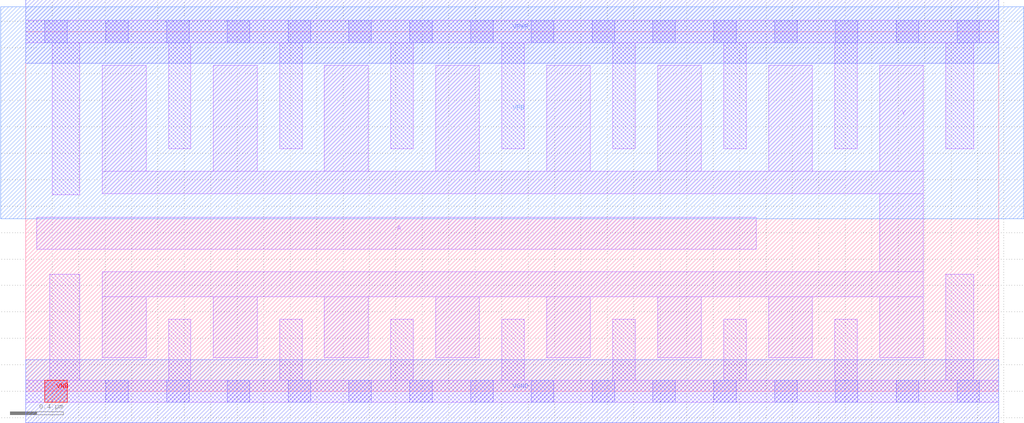
<source format=lef>
# Copyright 2020 The SkyWater PDK Authors
#
# Licensed under the Apache License, Version 2.0 (the "License");
# you may not use this file except in compliance with the License.
# You may obtain a copy of the License at
#
#     https://www.apache.org/licenses/LICENSE-2.0
#
# Unless required by applicable law or agreed to in writing, software
# distributed under the License is distributed on an "AS IS" BASIS,
# WITHOUT WARRANTIES OR CONDITIONS OF ANY KIND, either express or implied.
# See the License for the specific language governing permissions and
# limitations under the License.
#
# SPDX-License-Identifier: Apache-2.0

VERSION 5.7 ;
  NOWIREEXTENSIONATPIN ON ;
  DIVIDERCHAR "/" ;
  BUSBITCHARS "[]" ;
MACRO sky130_fd_sc_hd__inv_16
  CLASS CORE ;
  FOREIGN sky130_fd_sc_hd__inv_16 ;
  ORIGIN  0.000000  0.000000 ;
  SIZE  7.360000 BY  2.720000 ;
  SYMMETRY X Y R90 ;
  SITE unithd ;
  PIN A
    ANTENNAGATEAREA  3.960000 ;
    DIRECTION INPUT ;
    USE SIGNAL ;
    PORT
      LAYER li1 ;
        RECT 0.085000 1.075000 5.525000 1.315000 ;
    END
  END A
  PIN VNB
    PORT
      LAYER pwell ;
        RECT 0.145000 -0.085000 0.315000 0.085000 ;
    END
  END VNB
  PIN VPB
    PORT
      LAYER nwell ;
        RECT -0.190000 1.305000 7.550000 2.910000 ;
    END
  END VPB
  PIN Y
    ANTENNADIFFAREA  3.564000 ;
    DIRECTION OUTPUT ;
    USE SIGNAL ;
    PORT
      LAYER li1 ;
        RECT 0.580000 0.255000 0.910000 0.715000 ;
        RECT 0.580000 0.715000 6.790000 0.905000 ;
        RECT 0.580000 1.495000 6.790000 1.665000 ;
        RECT 0.580000 1.665000 0.910000 2.465000 ;
        RECT 1.420000 0.255000 1.750000 0.715000 ;
        RECT 1.420000 1.665000 1.750000 2.465000 ;
        RECT 2.260000 0.255000 2.590000 0.715000 ;
        RECT 2.260000 1.665000 2.590000 2.465000 ;
        RECT 3.100000 0.255000 3.430000 0.715000 ;
        RECT 3.100000 1.665000 3.430000 2.465000 ;
        RECT 3.940000 0.255000 4.270000 0.715000 ;
        RECT 3.940000 1.665000 4.270000 2.465000 ;
        RECT 4.780000 0.255000 5.110000 0.715000 ;
        RECT 4.780000 1.665000 5.110000 2.465000 ;
        RECT 5.620000 0.255000 5.950000 0.715000 ;
        RECT 5.620000 1.665000 5.950000 2.465000 ;
        RECT 6.460000 0.255000 6.790000 0.715000 ;
        RECT 6.460000 0.905000 6.790000 1.495000 ;
        RECT 6.460000 1.665000 6.790000 2.465000 ;
    END
  END Y
  PIN VGND
    DIRECTION INOUT ;
    SHAPE ABUTMENT ;
    USE GROUND ;
    PORT
      LAYER met1 ;
        RECT 0.000000 -0.240000 7.360000 0.240000 ;
    END
  END VGND
  PIN VPWR
    DIRECTION INOUT ;
    SHAPE ABUTMENT ;
    USE POWER ;
    PORT
      LAYER met1 ;
        RECT 0.000000 2.480000 7.360000 2.960000 ;
    END
  END VPWR
  OBS
    LAYER li1 ;
      RECT 0.000000 -0.085000 7.360000 0.085000 ;
      RECT 0.000000  2.635000 7.360000 2.805000 ;
      RECT 0.180000  0.085000 0.410000 0.885000 ;
      RECT 0.200000  1.485000 0.410000 2.635000 ;
      RECT 1.080000  0.085000 1.250000 0.545000 ;
      RECT 1.080000  1.835000 1.250000 2.635000 ;
      RECT 1.920000  0.085000 2.090000 0.545000 ;
      RECT 1.920000  1.835000 2.090000 2.635000 ;
      RECT 2.760000  0.085000 2.930000 0.545000 ;
      RECT 2.760000  1.835000 2.930000 2.635000 ;
      RECT 3.600000  0.085000 3.770000 0.545000 ;
      RECT 3.600000  1.835000 3.770000 2.635000 ;
      RECT 4.440000  0.085000 4.610000 0.545000 ;
      RECT 4.440000  1.835000 4.610000 2.635000 ;
      RECT 5.280000  0.085000 5.450000 0.545000 ;
      RECT 5.280000  1.835000 5.450000 2.635000 ;
      RECT 6.120000  0.085000 6.290000 0.545000 ;
      RECT 6.120000  1.835000 6.290000 2.635000 ;
      RECT 6.960000  0.085000 7.170000 0.885000 ;
      RECT 6.960000  1.835000 7.170000 2.635000 ;
    LAYER mcon ;
      RECT 0.145000 -0.085000 0.315000 0.085000 ;
      RECT 0.145000  2.635000 0.315000 2.805000 ;
      RECT 0.605000 -0.085000 0.775000 0.085000 ;
      RECT 0.605000  2.635000 0.775000 2.805000 ;
      RECT 1.065000 -0.085000 1.235000 0.085000 ;
      RECT 1.065000  2.635000 1.235000 2.805000 ;
      RECT 1.525000 -0.085000 1.695000 0.085000 ;
      RECT 1.525000  2.635000 1.695000 2.805000 ;
      RECT 1.985000 -0.085000 2.155000 0.085000 ;
      RECT 1.985000  2.635000 2.155000 2.805000 ;
      RECT 2.445000 -0.085000 2.615000 0.085000 ;
      RECT 2.445000  2.635000 2.615000 2.805000 ;
      RECT 2.905000 -0.085000 3.075000 0.085000 ;
      RECT 2.905000  2.635000 3.075000 2.805000 ;
      RECT 3.365000 -0.085000 3.535000 0.085000 ;
      RECT 3.365000  2.635000 3.535000 2.805000 ;
      RECT 3.825000 -0.085000 3.995000 0.085000 ;
      RECT 3.825000  2.635000 3.995000 2.805000 ;
      RECT 4.285000 -0.085000 4.455000 0.085000 ;
      RECT 4.285000  2.635000 4.455000 2.805000 ;
      RECT 4.745000 -0.085000 4.915000 0.085000 ;
      RECT 4.745000  2.635000 4.915000 2.805000 ;
      RECT 5.205000 -0.085000 5.375000 0.085000 ;
      RECT 5.205000  2.635000 5.375000 2.805000 ;
      RECT 5.665000 -0.085000 5.835000 0.085000 ;
      RECT 5.665000  2.635000 5.835000 2.805000 ;
      RECT 6.125000 -0.085000 6.295000 0.085000 ;
      RECT 6.125000  2.635000 6.295000 2.805000 ;
      RECT 6.585000 -0.085000 6.755000 0.085000 ;
      RECT 6.585000  2.635000 6.755000 2.805000 ;
      RECT 7.045000 -0.085000 7.215000 0.085000 ;
      RECT 7.045000  2.635000 7.215000 2.805000 ;
  END
END sky130_fd_sc_hd__inv_16
END LIBRARY

</source>
